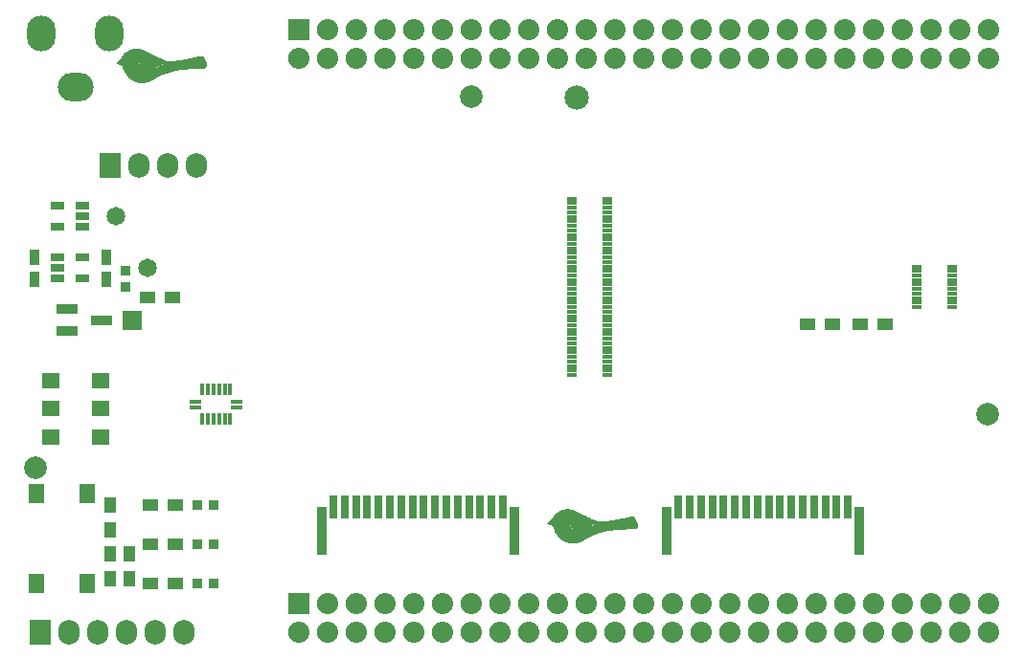
<source format=gts>
G04 #@! TF.FileFunction,Soldermask,Top*
%FSLAX46Y46*%
G04 Gerber Fmt 4.6, Leading zero omitted, Abs format (unit mm)*
G04 Created by KiCad (PCBNEW 4.0.1-stable) date Thursday, April 14, 2016 'AMt' 11:51:39 AM*
%MOMM*%
G01*
G04 APERTURE LIST*
%ADD10C,0.100000*%
%ADD11C,0.010000*%
%ADD12C,2.000000*%
%ADD13R,1.879600X2.184400*%
%ADD14O,1.879600X2.184400*%
%ADD15R,1.879600X1.879600*%
%ADD16O,1.879600X1.879600*%
%ADD17R,1.953260X0.952500*%
%ADD18R,1.552400X1.352400*%
%ADD19R,1.212400X0.802400*%
%ADD20R,0.949960X0.949960*%
%ADD21R,1.352400X1.052400*%
%ADD22R,1.452400X1.702400*%
%ADD23C,1.653540*%
%ADD24R,1.653540X1.653540*%
%ADD25C,2.152400*%
%ADD26R,0.852400X0.352400*%
%ADD27R,0.902400X1.352400*%
%ADD28R,1.052400X1.352400*%
%ADD29R,1.052400X0.392400*%
%ADD30R,0.392400X1.052400*%
%ADD31R,0.752400X2.152400*%
%ADD32R,0.852400X4.352400*%
%ADD33O,3.152400X2.552400*%
%ADD34O,2.552400X3.152400*%
G04 APERTURE END LIST*
D10*
D11*
G36*
X119641031Y-86923103D02*
X119678866Y-86924878D01*
X119714763Y-86927950D01*
X119750412Y-86932451D01*
X119787499Y-86938512D01*
X119812537Y-86943226D01*
X119849505Y-86950873D01*
X119884770Y-86959056D01*
X119919378Y-86968108D01*
X119954376Y-86978364D01*
X119990809Y-86990156D01*
X120029722Y-87003818D01*
X120072161Y-87019684D01*
X120119173Y-87038088D01*
X120154737Y-87052406D01*
X120201958Y-87071805D01*
X120249898Y-87091943D01*
X120298959Y-87113011D01*
X120349547Y-87135199D01*
X120402066Y-87158695D01*
X120456921Y-87183689D01*
X120514514Y-87210372D01*
X120575251Y-87238932D01*
X120639536Y-87269559D01*
X120707773Y-87302442D01*
X120780365Y-87337772D01*
X120857719Y-87375737D01*
X120940236Y-87416528D01*
X121028323Y-87460333D01*
X121086085Y-87489177D01*
X121167799Y-87529964D01*
X121243732Y-87567698D01*
X121314358Y-87602596D01*
X121380149Y-87634875D01*
X121441577Y-87664752D01*
X121499115Y-87692444D01*
X121553235Y-87718167D01*
X121604409Y-87742138D01*
X121653111Y-87764575D01*
X121699811Y-87785695D01*
X121744982Y-87805714D01*
X121789097Y-87824848D01*
X121832629Y-87843316D01*
X121876049Y-87861334D01*
X121919829Y-87879119D01*
X121964443Y-87896888D01*
X122010363Y-87914857D01*
X122027542Y-87921509D01*
X122051524Y-87930793D01*
X122073788Y-87939455D01*
X122093348Y-87947109D01*
X122109219Y-87953366D01*
X122120414Y-87957840D01*
X122125784Y-87960070D01*
X122135832Y-87964573D01*
X122120698Y-87983849D01*
X122108889Y-87997902D01*
X122092920Y-88015482D01*
X122073921Y-88035449D01*
X122053023Y-88056663D01*
X122031357Y-88077986D01*
X122010055Y-88098277D01*
X121990246Y-88116397D01*
X121981681Y-88123920D01*
X121906102Y-88185039D01*
X121824352Y-88243238D01*
X121736747Y-88298375D01*
X121643601Y-88350306D01*
X121545231Y-88398886D01*
X121441952Y-88443973D01*
X121334079Y-88485422D01*
X121221928Y-88523091D01*
X121105814Y-88556835D01*
X120986054Y-88586510D01*
X120946278Y-88595281D01*
X120887253Y-88607567D01*
X120833414Y-88618013D01*
X120783205Y-88626877D01*
X120735074Y-88634413D01*
X120687469Y-88640877D01*
X120638835Y-88646526D01*
X120628778Y-88647588D01*
X120608732Y-88649185D01*
X120583512Y-88650438D01*
X120554439Y-88651348D01*
X120522833Y-88651913D01*
X120490014Y-88652134D01*
X120457303Y-88652011D01*
X120426020Y-88651543D01*
X120397485Y-88650730D01*
X120373019Y-88649572D01*
X120353941Y-88648069D01*
X120350083Y-88647629D01*
X120279587Y-88636359D01*
X120214668Y-88620777D01*
X120155314Y-88600875D01*
X120101511Y-88576642D01*
X120053246Y-88548071D01*
X120010506Y-88515152D01*
X119973275Y-88477875D01*
X119941542Y-88436233D01*
X119915292Y-88390216D01*
X119895814Y-88343556D01*
X119886564Y-88315336D01*
X119879950Y-88289790D01*
X119875611Y-88264670D01*
X119873189Y-88237726D01*
X119872323Y-88206710D01*
X119872311Y-88196690D01*
X119872506Y-88139783D01*
X119849541Y-88137430D01*
X119826577Y-88135078D01*
X119776819Y-88169010D01*
X119777261Y-88218359D01*
X119781246Y-88276590D01*
X119792027Y-88333341D01*
X119809427Y-88388195D01*
X119833267Y-88440732D01*
X119863369Y-88490536D01*
X119899554Y-88537188D01*
X119924774Y-88564155D01*
X119965410Y-88601000D01*
X120009140Y-88633371D01*
X120056472Y-88661491D01*
X120107911Y-88685584D01*
X120163966Y-88705873D01*
X120225143Y-88722584D01*
X120291948Y-88735938D01*
X120325389Y-88741113D01*
X120346455Y-88743389D01*
X120373303Y-88745185D01*
X120404675Y-88746500D01*
X120439315Y-88747334D01*
X120475966Y-88747688D01*
X120513369Y-88747562D01*
X120550269Y-88746956D01*
X120585407Y-88745870D01*
X120617526Y-88744303D01*
X120645370Y-88742257D01*
X120657000Y-88741088D01*
X120771247Y-88725915D01*
X120886379Y-88706055D01*
X121001524Y-88681770D01*
X121115809Y-88653321D01*
X121228359Y-88620969D01*
X121338303Y-88584975D01*
X121444766Y-88545600D01*
X121546876Y-88503106D01*
X121643760Y-88457754D01*
X121698608Y-88429498D01*
X121781718Y-88382751D01*
X121860658Y-88333631D01*
X121934981Y-88282487D01*
X122004241Y-88229668D01*
X122067993Y-88175522D01*
X122125791Y-88120397D01*
X122177188Y-88064643D01*
X122198880Y-88038480D01*
X122213589Y-88020572D01*
X122224647Y-88008259D01*
X122232321Y-88001267D01*
X122236878Y-87999322D01*
X122237106Y-87999373D01*
X122251682Y-88003012D01*
X122272129Y-88007139D01*
X122297296Y-88011588D01*
X122326029Y-88016193D01*
X122357174Y-88020787D01*
X122389579Y-88025204D01*
X122422091Y-88029276D01*
X122453556Y-88032837D01*
X122482821Y-88035720D01*
X122496736Y-88036893D01*
X122526996Y-88038630D01*
X122560509Y-88039311D01*
X122597721Y-88038909D01*
X122639075Y-88037398D01*
X122685017Y-88034750D01*
X122735991Y-88030938D01*
X122792441Y-88025937D01*
X122854812Y-88019719D01*
X122923548Y-88012256D01*
X122944764Y-88009853D01*
X123042696Y-87998039D01*
X123147110Y-87984253D01*
X123257726Y-87968544D01*
X123374267Y-87950962D01*
X123496454Y-87931559D01*
X123624011Y-87910386D01*
X123756657Y-87887492D01*
X123894117Y-87862928D01*
X124036110Y-87836746D01*
X124182360Y-87808995D01*
X124332588Y-87779727D01*
X124486517Y-87748991D01*
X124643867Y-87716840D01*
X124804361Y-87683322D01*
X124967721Y-87648489D01*
X125133669Y-87612392D01*
X125161972Y-87606166D01*
X125193505Y-87599268D01*
X125223573Y-87592787D01*
X125251326Y-87586899D01*
X125275913Y-87581780D01*
X125296484Y-87577607D01*
X125312186Y-87574556D01*
X125322170Y-87572804D01*
X125324250Y-87572520D01*
X125351629Y-87572603D01*
X125380597Y-87578198D01*
X125409337Y-87588640D01*
X125436032Y-87603263D01*
X125458863Y-87621400D01*
X125459577Y-87622097D01*
X125470334Y-87634458D01*
X125483559Y-87652584D01*
X125498873Y-87675782D01*
X125515898Y-87703362D01*
X125534253Y-87734633D01*
X125553562Y-87768902D01*
X125573444Y-87805479D01*
X125593521Y-87843671D01*
X125613415Y-87882789D01*
X125632747Y-87922139D01*
X125651137Y-87961031D01*
X125668208Y-87998774D01*
X125676938Y-88018888D01*
X125704418Y-88087828D01*
X125726295Y-88152753D01*
X125742564Y-88213631D01*
X125753220Y-88270428D01*
X125758258Y-88323112D01*
X125757674Y-88371650D01*
X125751462Y-88416008D01*
X125740303Y-88454355D01*
X125730721Y-88474617D01*
X125717158Y-88496530D01*
X125701359Y-88517628D01*
X125685072Y-88535441D01*
X125679089Y-88540860D01*
X125663700Y-88552771D01*
X125647081Y-88563287D01*
X125628689Y-88572518D01*
X125607978Y-88580574D01*
X125584406Y-88587565D01*
X125557427Y-88593602D01*
X125526498Y-88598794D01*
X125491074Y-88603252D01*
X125450612Y-88607086D01*
X125404567Y-88610405D01*
X125352396Y-88613321D01*
X125311903Y-88615182D01*
X125292132Y-88615961D01*
X125266304Y-88616876D01*
X125235416Y-88617897D01*
X125200464Y-88618994D01*
X125162446Y-88620137D01*
X125122357Y-88621294D01*
X125081195Y-88622437D01*
X125039956Y-88623534D01*
X125019097Y-88624070D01*
X124913132Y-88626865D01*
X124813623Y-88629728D01*
X124719971Y-88632688D01*
X124631576Y-88635774D01*
X124547840Y-88639016D01*
X124468162Y-88642444D01*
X124391944Y-88646086D01*
X124318587Y-88649972D01*
X124247491Y-88654132D01*
X124178056Y-88658595D01*
X124109683Y-88663390D01*
X124041774Y-88668548D01*
X123973729Y-88674096D01*
X123937833Y-88677168D01*
X123785425Y-88691484D01*
X123638916Y-88707501D01*
X123497314Y-88725426D01*
X123359629Y-88745462D01*
X123224869Y-88767813D01*
X123092042Y-88792686D01*
X122960156Y-88820283D01*
X122828221Y-88850811D01*
X122695244Y-88884473D01*
X122560234Y-88921474D01*
X122422199Y-88962018D01*
X122280149Y-89006311D01*
X122172181Y-89041516D01*
X122115529Y-89060415D01*
X122063101Y-89078181D01*
X122014324Y-89095079D01*
X121968627Y-89111377D01*
X121925437Y-89127340D01*
X121884184Y-89143235D01*
X121844295Y-89159327D01*
X121805199Y-89175884D01*
X121766325Y-89193170D01*
X121727099Y-89211452D01*
X121686952Y-89230997D01*
X121645310Y-89252071D01*
X121601602Y-89274939D01*
X121555257Y-89299869D01*
X121505703Y-89327125D01*
X121452368Y-89356975D01*
X121394680Y-89389684D01*
X121332068Y-89425519D01*
X121267306Y-89462815D01*
X121217113Y-89491743D01*
X121172343Y-89517450D01*
X121132339Y-89540298D01*
X121096445Y-89560648D01*
X121064006Y-89578863D01*
X121034365Y-89595303D01*
X121006866Y-89610330D01*
X120980853Y-89624307D01*
X120955670Y-89637594D01*
X120930662Y-89650554D01*
X120905172Y-89663549D01*
X120882778Y-89674820D01*
X120817461Y-89706741D01*
X120756674Y-89734702D01*
X120699369Y-89759064D01*
X120644501Y-89780188D01*
X120591022Y-89798436D01*
X120537885Y-89814169D01*
X120484043Y-89827748D01*
X120428449Y-89839537D01*
X120380975Y-89848094D01*
X120321699Y-89857475D01*
X120267114Y-89864849D01*
X120215196Y-89870377D01*
X120163926Y-89874223D01*
X120111279Y-89876550D01*
X120055234Y-89877522D01*
X120016708Y-89877509D01*
X119990120Y-89877309D01*
X119965076Y-89877051D01*
X119942670Y-89876751D01*
X119923997Y-89876426D01*
X119910149Y-89876092D01*
X119902223Y-89875767D01*
X119902056Y-89875755D01*
X119811009Y-89866740D01*
X119721200Y-89853096D01*
X119633485Y-89835042D01*
X119548718Y-89812798D01*
X119467756Y-89786583D01*
X119391455Y-89756619D01*
X119333791Y-89729817D01*
X119247957Y-89682919D01*
X119164330Y-89629377D01*
X119082988Y-89569273D01*
X119004006Y-89502690D01*
X118927461Y-89429708D01*
X118853429Y-89350411D01*
X118781985Y-89264879D01*
X118713207Y-89173196D01*
X118647171Y-89075442D01*
X118583952Y-88971701D01*
X118523627Y-88862053D01*
X118519300Y-88853746D01*
X118482293Y-88778734D01*
X118447779Y-88700989D01*
X118415400Y-88619580D01*
X118384798Y-88533574D01*
X118355612Y-88442039D01*
X118339110Y-88385758D01*
X118331543Y-88359169D01*
X118085806Y-88260044D01*
X118046329Y-88244069D01*
X118008813Y-88228791D01*
X117973766Y-88214422D01*
X117941694Y-88201173D01*
X117913102Y-88189257D01*
X117888498Y-88178887D01*
X117868388Y-88170274D01*
X117853278Y-88163630D01*
X117843674Y-88159168D01*
X117840083Y-88157101D01*
X117840069Y-88157055D01*
X117842644Y-88154178D01*
X117850115Y-88146965D01*
X117862098Y-88135762D01*
X117878213Y-88120917D01*
X117898078Y-88102776D01*
X117921310Y-88081686D01*
X117947529Y-88057994D01*
X117976351Y-88032048D01*
X118007395Y-88004193D01*
X118040280Y-87974778D01*
X118065847Y-87951966D01*
X118291625Y-87750741D01*
X118306003Y-87711022D01*
X118334338Y-87640948D01*
X118367586Y-87574045D01*
X118406152Y-87509707D01*
X118450445Y-87447324D01*
X118500870Y-87386287D01*
X118557835Y-87325990D01*
X118574224Y-87309917D01*
X118641538Y-87249739D01*
X118714130Y-87194059D01*
X118791734Y-87143010D01*
X118874086Y-87096722D01*
X118960921Y-87055330D01*
X119051974Y-87018964D01*
X119146979Y-86987758D01*
X119245671Y-86961842D01*
X119291750Y-86951834D01*
X119336147Y-86943197D01*
X119375869Y-86936427D01*
X119412979Y-86931295D01*
X119449540Y-86927572D01*
X119487614Y-86925029D01*
X119529265Y-86923439D01*
X119552806Y-86922916D01*
X119599574Y-86922493D01*
X119641031Y-86923103D01*
X119641031Y-86923103D01*
G37*
X119641031Y-86923103D02*
X119678866Y-86924878D01*
X119714763Y-86927950D01*
X119750412Y-86932451D01*
X119787499Y-86938512D01*
X119812537Y-86943226D01*
X119849505Y-86950873D01*
X119884770Y-86959056D01*
X119919378Y-86968108D01*
X119954376Y-86978364D01*
X119990809Y-86990156D01*
X120029722Y-87003818D01*
X120072161Y-87019684D01*
X120119173Y-87038088D01*
X120154737Y-87052406D01*
X120201958Y-87071805D01*
X120249898Y-87091943D01*
X120298959Y-87113011D01*
X120349547Y-87135199D01*
X120402066Y-87158695D01*
X120456921Y-87183689D01*
X120514514Y-87210372D01*
X120575251Y-87238932D01*
X120639536Y-87269559D01*
X120707773Y-87302442D01*
X120780365Y-87337772D01*
X120857719Y-87375737D01*
X120940236Y-87416528D01*
X121028323Y-87460333D01*
X121086085Y-87489177D01*
X121167799Y-87529964D01*
X121243732Y-87567698D01*
X121314358Y-87602596D01*
X121380149Y-87634875D01*
X121441577Y-87664752D01*
X121499115Y-87692444D01*
X121553235Y-87718167D01*
X121604409Y-87742138D01*
X121653111Y-87764575D01*
X121699811Y-87785695D01*
X121744982Y-87805714D01*
X121789097Y-87824848D01*
X121832629Y-87843316D01*
X121876049Y-87861334D01*
X121919829Y-87879119D01*
X121964443Y-87896888D01*
X122010363Y-87914857D01*
X122027542Y-87921509D01*
X122051524Y-87930793D01*
X122073788Y-87939455D01*
X122093348Y-87947109D01*
X122109219Y-87953366D01*
X122120414Y-87957840D01*
X122125784Y-87960070D01*
X122135832Y-87964573D01*
X122120698Y-87983849D01*
X122108889Y-87997902D01*
X122092920Y-88015482D01*
X122073921Y-88035449D01*
X122053023Y-88056663D01*
X122031357Y-88077986D01*
X122010055Y-88098277D01*
X121990246Y-88116397D01*
X121981681Y-88123920D01*
X121906102Y-88185039D01*
X121824352Y-88243238D01*
X121736747Y-88298375D01*
X121643601Y-88350306D01*
X121545231Y-88398886D01*
X121441952Y-88443973D01*
X121334079Y-88485422D01*
X121221928Y-88523091D01*
X121105814Y-88556835D01*
X120986054Y-88586510D01*
X120946278Y-88595281D01*
X120887253Y-88607567D01*
X120833414Y-88618013D01*
X120783205Y-88626877D01*
X120735074Y-88634413D01*
X120687469Y-88640877D01*
X120638835Y-88646526D01*
X120628778Y-88647588D01*
X120608732Y-88649185D01*
X120583512Y-88650438D01*
X120554439Y-88651348D01*
X120522833Y-88651913D01*
X120490014Y-88652134D01*
X120457303Y-88652011D01*
X120426020Y-88651543D01*
X120397485Y-88650730D01*
X120373019Y-88649572D01*
X120353941Y-88648069D01*
X120350083Y-88647629D01*
X120279587Y-88636359D01*
X120214668Y-88620777D01*
X120155314Y-88600875D01*
X120101511Y-88576642D01*
X120053246Y-88548071D01*
X120010506Y-88515152D01*
X119973275Y-88477875D01*
X119941542Y-88436233D01*
X119915292Y-88390216D01*
X119895814Y-88343556D01*
X119886564Y-88315336D01*
X119879950Y-88289790D01*
X119875611Y-88264670D01*
X119873189Y-88237726D01*
X119872323Y-88206710D01*
X119872311Y-88196690D01*
X119872506Y-88139783D01*
X119849541Y-88137430D01*
X119826577Y-88135078D01*
X119776819Y-88169010D01*
X119777261Y-88218359D01*
X119781246Y-88276590D01*
X119792027Y-88333341D01*
X119809427Y-88388195D01*
X119833267Y-88440732D01*
X119863369Y-88490536D01*
X119899554Y-88537188D01*
X119924774Y-88564155D01*
X119965410Y-88601000D01*
X120009140Y-88633371D01*
X120056472Y-88661491D01*
X120107911Y-88685584D01*
X120163966Y-88705873D01*
X120225143Y-88722584D01*
X120291948Y-88735938D01*
X120325389Y-88741113D01*
X120346455Y-88743389D01*
X120373303Y-88745185D01*
X120404675Y-88746500D01*
X120439315Y-88747334D01*
X120475966Y-88747688D01*
X120513369Y-88747562D01*
X120550269Y-88746956D01*
X120585407Y-88745870D01*
X120617526Y-88744303D01*
X120645370Y-88742257D01*
X120657000Y-88741088D01*
X120771247Y-88725915D01*
X120886379Y-88706055D01*
X121001524Y-88681770D01*
X121115809Y-88653321D01*
X121228359Y-88620969D01*
X121338303Y-88584975D01*
X121444766Y-88545600D01*
X121546876Y-88503106D01*
X121643760Y-88457754D01*
X121698608Y-88429498D01*
X121781718Y-88382751D01*
X121860658Y-88333631D01*
X121934981Y-88282487D01*
X122004241Y-88229668D01*
X122067993Y-88175522D01*
X122125791Y-88120397D01*
X122177188Y-88064643D01*
X122198880Y-88038480D01*
X122213589Y-88020572D01*
X122224647Y-88008259D01*
X122232321Y-88001267D01*
X122236878Y-87999322D01*
X122237106Y-87999373D01*
X122251682Y-88003012D01*
X122272129Y-88007139D01*
X122297296Y-88011588D01*
X122326029Y-88016193D01*
X122357174Y-88020787D01*
X122389579Y-88025204D01*
X122422091Y-88029276D01*
X122453556Y-88032837D01*
X122482821Y-88035720D01*
X122496736Y-88036893D01*
X122526996Y-88038630D01*
X122560509Y-88039311D01*
X122597721Y-88038909D01*
X122639075Y-88037398D01*
X122685017Y-88034750D01*
X122735991Y-88030938D01*
X122792441Y-88025937D01*
X122854812Y-88019719D01*
X122923548Y-88012256D01*
X122944764Y-88009853D01*
X123042696Y-87998039D01*
X123147110Y-87984253D01*
X123257726Y-87968544D01*
X123374267Y-87950962D01*
X123496454Y-87931559D01*
X123624011Y-87910386D01*
X123756657Y-87887492D01*
X123894117Y-87862928D01*
X124036110Y-87836746D01*
X124182360Y-87808995D01*
X124332588Y-87779727D01*
X124486517Y-87748991D01*
X124643867Y-87716840D01*
X124804361Y-87683322D01*
X124967721Y-87648489D01*
X125133669Y-87612392D01*
X125161972Y-87606166D01*
X125193505Y-87599268D01*
X125223573Y-87592787D01*
X125251326Y-87586899D01*
X125275913Y-87581780D01*
X125296484Y-87577607D01*
X125312186Y-87574556D01*
X125322170Y-87572804D01*
X125324250Y-87572520D01*
X125351629Y-87572603D01*
X125380597Y-87578198D01*
X125409337Y-87588640D01*
X125436032Y-87603263D01*
X125458863Y-87621400D01*
X125459577Y-87622097D01*
X125470334Y-87634458D01*
X125483559Y-87652584D01*
X125498873Y-87675782D01*
X125515898Y-87703362D01*
X125534253Y-87734633D01*
X125553562Y-87768902D01*
X125573444Y-87805479D01*
X125593521Y-87843671D01*
X125613415Y-87882789D01*
X125632747Y-87922139D01*
X125651137Y-87961031D01*
X125668208Y-87998774D01*
X125676938Y-88018888D01*
X125704418Y-88087828D01*
X125726295Y-88152753D01*
X125742564Y-88213631D01*
X125753220Y-88270428D01*
X125758258Y-88323112D01*
X125757674Y-88371650D01*
X125751462Y-88416008D01*
X125740303Y-88454355D01*
X125730721Y-88474617D01*
X125717158Y-88496530D01*
X125701359Y-88517628D01*
X125685072Y-88535441D01*
X125679089Y-88540860D01*
X125663700Y-88552771D01*
X125647081Y-88563287D01*
X125628689Y-88572518D01*
X125607978Y-88580574D01*
X125584406Y-88587565D01*
X125557427Y-88593602D01*
X125526498Y-88598794D01*
X125491074Y-88603252D01*
X125450612Y-88607086D01*
X125404567Y-88610405D01*
X125352396Y-88613321D01*
X125311903Y-88615182D01*
X125292132Y-88615961D01*
X125266304Y-88616876D01*
X125235416Y-88617897D01*
X125200464Y-88618994D01*
X125162446Y-88620137D01*
X125122357Y-88621294D01*
X125081195Y-88622437D01*
X125039956Y-88623534D01*
X125019097Y-88624070D01*
X124913132Y-88626865D01*
X124813623Y-88629728D01*
X124719971Y-88632688D01*
X124631576Y-88635774D01*
X124547840Y-88639016D01*
X124468162Y-88642444D01*
X124391944Y-88646086D01*
X124318587Y-88649972D01*
X124247491Y-88654132D01*
X124178056Y-88658595D01*
X124109683Y-88663390D01*
X124041774Y-88668548D01*
X123973729Y-88674096D01*
X123937833Y-88677168D01*
X123785425Y-88691484D01*
X123638916Y-88707501D01*
X123497314Y-88725426D01*
X123359629Y-88745462D01*
X123224869Y-88767813D01*
X123092042Y-88792686D01*
X122960156Y-88820283D01*
X122828221Y-88850811D01*
X122695244Y-88884473D01*
X122560234Y-88921474D01*
X122422199Y-88962018D01*
X122280149Y-89006311D01*
X122172181Y-89041516D01*
X122115529Y-89060415D01*
X122063101Y-89078181D01*
X122014324Y-89095079D01*
X121968627Y-89111377D01*
X121925437Y-89127340D01*
X121884184Y-89143235D01*
X121844295Y-89159327D01*
X121805199Y-89175884D01*
X121766325Y-89193170D01*
X121727099Y-89211452D01*
X121686952Y-89230997D01*
X121645310Y-89252071D01*
X121601602Y-89274939D01*
X121555257Y-89299869D01*
X121505703Y-89327125D01*
X121452368Y-89356975D01*
X121394680Y-89389684D01*
X121332068Y-89425519D01*
X121267306Y-89462815D01*
X121217113Y-89491743D01*
X121172343Y-89517450D01*
X121132339Y-89540298D01*
X121096445Y-89560648D01*
X121064006Y-89578863D01*
X121034365Y-89595303D01*
X121006866Y-89610330D01*
X120980853Y-89624307D01*
X120955670Y-89637594D01*
X120930662Y-89650554D01*
X120905172Y-89663549D01*
X120882778Y-89674820D01*
X120817461Y-89706741D01*
X120756674Y-89734702D01*
X120699369Y-89759064D01*
X120644501Y-89780188D01*
X120591022Y-89798436D01*
X120537885Y-89814169D01*
X120484043Y-89827748D01*
X120428449Y-89839537D01*
X120380975Y-89848094D01*
X120321699Y-89857475D01*
X120267114Y-89864849D01*
X120215196Y-89870377D01*
X120163926Y-89874223D01*
X120111279Y-89876550D01*
X120055234Y-89877522D01*
X120016708Y-89877509D01*
X119990120Y-89877309D01*
X119965076Y-89877051D01*
X119942670Y-89876751D01*
X119923997Y-89876426D01*
X119910149Y-89876092D01*
X119902223Y-89875767D01*
X119902056Y-89875755D01*
X119811009Y-89866740D01*
X119721200Y-89853096D01*
X119633485Y-89835042D01*
X119548718Y-89812798D01*
X119467756Y-89786583D01*
X119391455Y-89756619D01*
X119333791Y-89729817D01*
X119247957Y-89682919D01*
X119164330Y-89629377D01*
X119082988Y-89569273D01*
X119004006Y-89502690D01*
X118927461Y-89429708D01*
X118853429Y-89350411D01*
X118781985Y-89264879D01*
X118713207Y-89173196D01*
X118647171Y-89075442D01*
X118583952Y-88971701D01*
X118523627Y-88862053D01*
X118519300Y-88853746D01*
X118482293Y-88778734D01*
X118447779Y-88700989D01*
X118415400Y-88619580D01*
X118384798Y-88533574D01*
X118355612Y-88442039D01*
X118339110Y-88385758D01*
X118331543Y-88359169D01*
X118085806Y-88260044D01*
X118046329Y-88244069D01*
X118008813Y-88228791D01*
X117973766Y-88214422D01*
X117941694Y-88201173D01*
X117913102Y-88189257D01*
X117888498Y-88178887D01*
X117868388Y-88170274D01*
X117853278Y-88163630D01*
X117843674Y-88159168D01*
X117840083Y-88157101D01*
X117840069Y-88157055D01*
X117842644Y-88154178D01*
X117850115Y-88146965D01*
X117862098Y-88135762D01*
X117878213Y-88120917D01*
X117898078Y-88102776D01*
X117921310Y-88081686D01*
X117947529Y-88057994D01*
X117976351Y-88032048D01*
X118007395Y-88004193D01*
X118040280Y-87974778D01*
X118065847Y-87951966D01*
X118291625Y-87750741D01*
X118306003Y-87711022D01*
X118334338Y-87640948D01*
X118367586Y-87574045D01*
X118406152Y-87509707D01*
X118450445Y-87447324D01*
X118500870Y-87386287D01*
X118557835Y-87325990D01*
X118574224Y-87309917D01*
X118641538Y-87249739D01*
X118714130Y-87194059D01*
X118791734Y-87143010D01*
X118874086Y-87096722D01*
X118960921Y-87055330D01*
X119051974Y-87018964D01*
X119146979Y-86987758D01*
X119245671Y-86961842D01*
X119291750Y-86951834D01*
X119336147Y-86943197D01*
X119375869Y-86936427D01*
X119412979Y-86931295D01*
X119449540Y-86927572D01*
X119487614Y-86925029D01*
X119529265Y-86923439D01*
X119552806Y-86922916D01*
X119599574Y-86922493D01*
X119641031Y-86923103D01*
G36*
X157721031Y-127683103D02*
X157758866Y-127684878D01*
X157794763Y-127687950D01*
X157830412Y-127692451D01*
X157867499Y-127698512D01*
X157892537Y-127703226D01*
X157929505Y-127710873D01*
X157964770Y-127719056D01*
X157999378Y-127728108D01*
X158034376Y-127738364D01*
X158070809Y-127750156D01*
X158109722Y-127763818D01*
X158152161Y-127779684D01*
X158199173Y-127798088D01*
X158234737Y-127812406D01*
X158281958Y-127831805D01*
X158329898Y-127851943D01*
X158378959Y-127873011D01*
X158429547Y-127895199D01*
X158482066Y-127918695D01*
X158536921Y-127943689D01*
X158594514Y-127970372D01*
X158655251Y-127998932D01*
X158719536Y-128029559D01*
X158787773Y-128062442D01*
X158860365Y-128097772D01*
X158937719Y-128135737D01*
X159020236Y-128176528D01*
X159108323Y-128220333D01*
X159166085Y-128249177D01*
X159247799Y-128289964D01*
X159323732Y-128327698D01*
X159394358Y-128362596D01*
X159460149Y-128394875D01*
X159521577Y-128424752D01*
X159579115Y-128452444D01*
X159633235Y-128478167D01*
X159684409Y-128502138D01*
X159733111Y-128524575D01*
X159779811Y-128545695D01*
X159824982Y-128565714D01*
X159869097Y-128584848D01*
X159912629Y-128603316D01*
X159956049Y-128621334D01*
X159999829Y-128639119D01*
X160044443Y-128656888D01*
X160090363Y-128674857D01*
X160107542Y-128681509D01*
X160131524Y-128690793D01*
X160153788Y-128699455D01*
X160173348Y-128707109D01*
X160189219Y-128713366D01*
X160200414Y-128717840D01*
X160205784Y-128720070D01*
X160215832Y-128724573D01*
X160200698Y-128743849D01*
X160188889Y-128757902D01*
X160172920Y-128775482D01*
X160153921Y-128795449D01*
X160133023Y-128816663D01*
X160111357Y-128837986D01*
X160090055Y-128858277D01*
X160070246Y-128876397D01*
X160061681Y-128883920D01*
X159986102Y-128945039D01*
X159904352Y-129003238D01*
X159816747Y-129058375D01*
X159723601Y-129110306D01*
X159625231Y-129158886D01*
X159521952Y-129203973D01*
X159414079Y-129245422D01*
X159301928Y-129283091D01*
X159185814Y-129316835D01*
X159066054Y-129346510D01*
X159026278Y-129355281D01*
X158967253Y-129367567D01*
X158913414Y-129378013D01*
X158863205Y-129386877D01*
X158815074Y-129394413D01*
X158767469Y-129400877D01*
X158718835Y-129406526D01*
X158708778Y-129407588D01*
X158688732Y-129409185D01*
X158663512Y-129410438D01*
X158634439Y-129411348D01*
X158602833Y-129411913D01*
X158570014Y-129412134D01*
X158537303Y-129412011D01*
X158506020Y-129411543D01*
X158477485Y-129410730D01*
X158453019Y-129409572D01*
X158433941Y-129408069D01*
X158430083Y-129407629D01*
X158359587Y-129396359D01*
X158294668Y-129380777D01*
X158235314Y-129360875D01*
X158181511Y-129336642D01*
X158133246Y-129308071D01*
X158090506Y-129275152D01*
X158053275Y-129237875D01*
X158021542Y-129196233D01*
X157995292Y-129150216D01*
X157975814Y-129103556D01*
X157966564Y-129075336D01*
X157959950Y-129049790D01*
X157955611Y-129024670D01*
X157953189Y-128997726D01*
X157952323Y-128966710D01*
X157952311Y-128956690D01*
X157952506Y-128899783D01*
X157929541Y-128897430D01*
X157906577Y-128895078D01*
X157856819Y-128929010D01*
X157857261Y-128978359D01*
X157861246Y-129036590D01*
X157872027Y-129093341D01*
X157889427Y-129148195D01*
X157913267Y-129200732D01*
X157943369Y-129250536D01*
X157979554Y-129297188D01*
X158004774Y-129324155D01*
X158045410Y-129361000D01*
X158089140Y-129393371D01*
X158136472Y-129421491D01*
X158187911Y-129445584D01*
X158243966Y-129465873D01*
X158305143Y-129482584D01*
X158371948Y-129495938D01*
X158405389Y-129501113D01*
X158426455Y-129503389D01*
X158453303Y-129505185D01*
X158484675Y-129506500D01*
X158519315Y-129507334D01*
X158555966Y-129507688D01*
X158593369Y-129507562D01*
X158630269Y-129506956D01*
X158665407Y-129505870D01*
X158697526Y-129504303D01*
X158725370Y-129502257D01*
X158737000Y-129501088D01*
X158851247Y-129485915D01*
X158966379Y-129466055D01*
X159081524Y-129441770D01*
X159195809Y-129413321D01*
X159308359Y-129380969D01*
X159418303Y-129344975D01*
X159524766Y-129305600D01*
X159626876Y-129263106D01*
X159723760Y-129217754D01*
X159778608Y-129189498D01*
X159861718Y-129142751D01*
X159940658Y-129093631D01*
X160014981Y-129042487D01*
X160084241Y-128989668D01*
X160147993Y-128935522D01*
X160205791Y-128880397D01*
X160257188Y-128824643D01*
X160278880Y-128798480D01*
X160293589Y-128780572D01*
X160304647Y-128768259D01*
X160312321Y-128761267D01*
X160316878Y-128759322D01*
X160317106Y-128759373D01*
X160331682Y-128763012D01*
X160352129Y-128767139D01*
X160377296Y-128771588D01*
X160406029Y-128776193D01*
X160437174Y-128780787D01*
X160469579Y-128785204D01*
X160502091Y-128789276D01*
X160533556Y-128792837D01*
X160562821Y-128795720D01*
X160576736Y-128796893D01*
X160606996Y-128798630D01*
X160640509Y-128799311D01*
X160677721Y-128798909D01*
X160719075Y-128797398D01*
X160765017Y-128794750D01*
X160815991Y-128790938D01*
X160872441Y-128785937D01*
X160934812Y-128779719D01*
X161003548Y-128772256D01*
X161024764Y-128769853D01*
X161122696Y-128758039D01*
X161227110Y-128744253D01*
X161337726Y-128728544D01*
X161454267Y-128710962D01*
X161576454Y-128691559D01*
X161704011Y-128670386D01*
X161836657Y-128647492D01*
X161974117Y-128622928D01*
X162116110Y-128596746D01*
X162262360Y-128568995D01*
X162412588Y-128539727D01*
X162566517Y-128508991D01*
X162723867Y-128476840D01*
X162884361Y-128443322D01*
X163047721Y-128408489D01*
X163213669Y-128372392D01*
X163241972Y-128366166D01*
X163273505Y-128359268D01*
X163303573Y-128352787D01*
X163331326Y-128346899D01*
X163355913Y-128341780D01*
X163376484Y-128337607D01*
X163392186Y-128334556D01*
X163402170Y-128332804D01*
X163404250Y-128332520D01*
X163431629Y-128332603D01*
X163460597Y-128338198D01*
X163489337Y-128348640D01*
X163516032Y-128363263D01*
X163538863Y-128381400D01*
X163539577Y-128382097D01*
X163550334Y-128394458D01*
X163563559Y-128412584D01*
X163578873Y-128435782D01*
X163595898Y-128463362D01*
X163614253Y-128494633D01*
X163633562Y-128528902D01*
X163653444Y-128565479D01*
X163673521Y-128603671D01*
X163693415Y-128642789D01*
X163712747Y-128682139D01*
X163731137Y-128721031D01*
X163748208Y-128758774D01*
X163756938Y-128778888D01*
X163784418Y-128847828D01*
X163806295Y-128912753D01*
X163822564Y-128973631D01*
X163833220Y-129030428D01*
X163838258Y-129083112D01*
X163837674Y-129131650D01*
X163831462Y-129176008D01*
X163820303Y-129214355D01*
X163810721Y-129234617D01*
X163797158Y-129256530D01*
X163781359Y-129277628D01*
X163765072Y-129295441D01*
X163759089Y-129300860D01*
X163743700Y-129312771D01*
X163727081Y-129323287D01*
X163708689Y-129332518D01*
X163687978Y-129340574D01*
X163664406Y-129347565D01*
X163637427Y-129353602D01*
X163606498Y-129358794D01*
X163571074Y-129363252D01*
X163530612Y-129367086D01*
X163484567Y-129370405D01*
X163432396Y-129373321D01*
X163391903Y-129375182D01*
X163372132Y-129375961D01*
X163346304Y-129376876D01*
X163315416Y-129377897D01*
X163280464Y-129378994D01*
X163242446Y-129380137D01*
X163202357Y-129381294D01*
X163161195Y-129382437D01*
X163119956Y-129383534D01*
X163099097Y-129384070D01*
X162993132Y-129386865D01*
X162893623Y-129389728D01*
X162799971Y-129392688D01*
X162711576Y-129395774D01*
X162627840Y-129399016D01*
X162548162Y-129402444D01*
X162471944Y-129406086D01*
X162398587Y-129409972D01*
X162327491Y-129414132D01*
X162258056Y-129418595D01*
X162189683Y-129423390D01*
X162121774Y-129428548D01*
X162053729Y-129434096D01*
X162017833Y-129437168D01*
X161865425Y-129451484D01*
X161718916Y-129467501D01*
X161577314Y-129485426D01*
X161439629Y-129505462D01*
X161304869Y-129527813D01*
X161172042Y-129552686D01*
X161040156Y-129580283D01*
X160908221Y-129610811D01*
X160775244Y-129644473D01*
X160640234Y-129681474D01*
X160502199Y-129722018D01*
X160360149Y-129766311D01*
X160252181Y-129801516D01*
X160195529Y-129820415D01*
X160143101Y-129838181D01*
X160094324Y-129855079D01*
X160048627Y-129871377D01*
X160005437Y-129887340D01*
X159964184Y-129903235D01*
X159924295Y-129919327D01*
X159885199Y-129935884D01*
X159846325Y-129953170D01*
X159807099Y-129971452D01*
X159766952Y-129990997D01*
X159725310Y-130012071D01*
X159681602Y-130034939D01*
X159635257Y-130059869D01*
X159585703Y-130087125D01*
X159532368Y-130116975D01*
X159474680Y-130149684D01*
X159412068Y-130185519D01*
X159347306Y-130222815D01*
X159297113Y-130251743D01*
X159252343Y-130277450D01*
X159212339Y-130300298D01*
X159176445Y-130320648D01*
X159144006Y-130338863D01*
X159114365Y-130355303D01*
X159086866Y-130370330D01*
X159060853Y-130384307D01*
X159035670Y-130397594D01*
X159010662Y-130410554D01*
X158985172Y-130423549D01*
X158962778Y-130434820D01*
X158897461Y-130466741D01*
X158836674Y-130494702D01*
X158779369Y-130519064D01*
X158724501Y-130540188D01*
X158671022Y-130558436D01*
X158617885Y-130574169D01*
X158564043Y-130587748D01*
X158508449Y-130599537D01*
X158460975Y-130608094D01*
X158401699Y-130617475D01*
X158347114Y-130624849D01*
X158295196Y-130630377D01*
X158243926Y-130634223D01*
X158191279Y-130636550D01*
X158135234Y-130637522D01*
X158096708Y-130637509D01*
X158070120Y-130637309D01*
X158045076Y-130637051D01*
X158022670Y-130636751D01*
X158003997Y-130636426D01*
X157990149Y-130636092D01*
X157982223Y-130635767D01*
X157982056Y-130635755D01*
X157891009Y-130626740D01*
X157801200Y-130613096D01*
X157713485Y-130595042D01*
X157628718Y-130572798D01*
X157547756Y-130546583D01*
X157471455Y-130516619D01*
X157413791Y-130489817D01*
X157327957Y-130442919D01*
X157244330Y-130389377D01*
X157162988Y-130329273D01*
X157084006Y-130262690D01*
X157007461Y-130189708D01*
X156933429Y-130110411D01*
X156861985Y-130024879D01*
X156793207Y-129933196D01*
X156727171Y-129835442D01*
X156663952Y-129731701D01*
X156603627Y-129622053D01*
X156599300Y-129613746D01*
X156562293Y-129538734D01*
X156527779Y-129460989D01*
X156495400Y-129379580D01*
X156464798Y-129293574D01*
X156435612Y-129202039D01*
X156419110Y-129145758D01*
X156411543Y-129119169D01*
X156165806Y-129020044D01*
X156126329Y-129004069D01*
X156088813Y-128988791D01*
X156053766Y-128974422D01*
X156021694Y-128961173D01*
X155993102Y-128949257D01*
X155968498Y-128938887D01*
X155948388Y-128930274D01*
X155933278Y-128923630D01*
X155923674Y-128919168D01*
X155920083Y-128917101D01*
X155920069Y-128917055D01*
X155922644Y-128914178D01*
X155930115Y-128906965D01*
X155942098Y-128895762D01*
X155958213Y-128880917D01*
X155978078Y-128862776D01*
X156001310Y-128841686D01*
X156027529Y-128817994D01*
X156056351Y-128792048D01*
X156087395Y-128764193D01*
X156120280Y-128734778D01*
X156145847Y-128711966D01*
X156371625Y-128510741D01*
X156386003Y-128471022D01*
X156414338Y-128400948D01*
X156447586Y-128334045D01*
X156486152Y-128269707D01*
X156530445Y-128207324D01*
X156580870Y-128146287D01*
X156637835Y-128085990D01*
X156654224Y-128069917D01*
X156721538Y-128009739D01*
X156794130Y-127954059D01*
X156871734Y-127903010D01*
X156954086Y-127856722D01*
X157040921Y-127815330D01*
X157131974Y-127778964D01*
X157226979Y-127747758D01*
X157325671Y-127721842D01*
X157371750Y-127711834D01*
X157416147Y-127703197D01*
X157455869Y-127696427D01*
X157492979Y-127691295D01*
X157529540Y-127687572D01*
X157567614Y-127685029D01*
X157609265Y-127683439D01*
X157632806Y-127682916D01*
X157679574Y-127682493D01*
X157721031Y-127683103D01*
X157721031Y-127683103D01*
G37*
X157721031Y-127683103D02*
X157758866Y-127684878D01*
X157794763Y-127687950D01*
X157830412Y-127692451D01*
X157867499Y-127698512D01*
X157892537Y-127703226D01*
X157929505Y-127710873D01*
X157964770Y-127719056D01*
X157999378Y-127728108D01*
X158034376Y-127738364D01*
X158070809Y-127750156D01*
X158109722Y-127763818D01*
X158152161Y-127779684D01*
X158199173Y-127798088D01*
X158234737Y-127812406D01*
X158281958Y-127831805D01*
X158329898Y-127851943D01*
X158378959Y-127873011D01*
X158429547Y-127895199D01*
X158482066Y-127918695D01*
X158536921Y-127943689D01*
X158594514Y-127970372D01*
X158655251Y-127998932D01*
X158719536Y-128029559D01*
X158787773Y-128062442D01*
X158860365Y-128097772D01*
X158937719Y-128135737D01*
X159020236Y-128176528D01*
X159108323Y-128220333D01*
X159166085Y-128249177D01*
X159247799Y-128289964D01*
X159323732Y-128327698D01*
X159394358Y-128362596D01*
X159460149Y-128394875D01*
X159521577Y-128424752D01*
X159579115Y-128452444D01*
X159633235Y-128478167D01*
X159684409Y-128502138D01*
X159733111Y-128524575D01*
X159779811Y-128545695D01*
X159824982Y-128565714D01*
X159869097Y-128584848D01*
X159912629Y-128603316D01*
X159956049Y-128621334D01*
X159999829Y-128639119D01*
X160044443Y-128656888D01*
X160090363Y-128674857D01*
X160107542Y-128681509D01*
X160131524Y-128690793D01*
X160153788Y-128699455D01*
X160173348Y-128707109D01*
X160189219Y-128713366D01*
X160200414Y-128717840D01*
X160205784Y-128720070D01*
X160215832Y-128724573D01*
X160200698Y-128743849D01*
X160188889Y-128757902D01*
X160172920Y-128775482D01*
X160153921Y-128795449D01*
X160133023Y-128816663D01*
X160111357Y-128837986D01*
X160090055Y-128858277D01*
X160070246Y-128876397D01*
X160061681Y-128883920D01*
X159986102Y-128945039D01*
X159904352Y-129003238D01*
X159816747Y-129058375D01*
X159723601Y-129110306D01*
X159625231Y-129158886D01*
X159521952Y-129203973D01*
X159414079Y-129245422D01*
X159301928Y-129283091D01*
X159185814Y-129316835D01*
X159066054Y-129346510D01*
X159026278Y-129355281D01*
X158967253Y-129367567D01*
X158913414Y-129378013D01*
X158863205Y-129386877D01*
X158815074Y-129394413D01*
X158767469Y-129400877D01*
X158718835Y-129406526D01*
X158708778Y-129407588D01*
X158688732Y-129409185D01*
X158663512Y-129410438D01*
X158634439Y-129411348D01*
X158602833Y-129411913D01*
X158570014Y-129412134D01*
X158537303Y-129412011D01*
X158506020Y-129411543D01*
X158477485Y-129410730D01*
X158453019Y-129409572D01*
X158433941Y-129408069D01*
X158430083Y-129407629D01*
X158359587Y-129396359D01*
X158294668Y-129380777D01*
X158235314Y-129360875D01*
X158181511Y-129336642D01*
X158133246Y-129308071D01*
X158090506Y-129275152D01*
X158053275Y-129237875D01*
X158021542Y-129196233D01*
X157995292Y-129150216D01*
X157975814Y-129103556D01*
X157966564Y-129075336D01*
X157959950Y-129049790D01*
X157955611Y-129024670D01*
X157953189Y-128997726D01*
X157952323Y-128966710D01*
X157952311Y-128956690D01*
X157952506Y-128899783D01*
X157929541Y-128897430D01*
X157906577Y-128895078D01*
X157856819Y-128929010D01*
X157857261Y-128978359D01*
X157861246Y-129036590D01*
X157872027Y-129093341D01*
X157889427Y-129148195D01*
X157913267Y-129200732D01*
X157943369Y-129250536D01*
X157979554Y-129297188D01*
X158004774Y-129324155D01*
X158045410Y-129361000D01*
X158089140Y-129393371D01*
X158136472Y-129421491D01*
X158187911Y-129445584D01*
X158243966Y-129465873D01*
X158305143Y-129482584D01*
X158371948Y-129495938D01*
X158405389Y-129501113D01*
X158426455Y-129503389D01*
X158453303Y-129505185D01*
X158484675Y-129506500D01*
X158519315Y-129507334D01*
X158555966Y-129507688D01*
X158593369Y-129507562D01*
X158630269Y-129506956D01*
X158665407Y-129505870D01*
X158697526Y-129504303D01*
X158725370Y-129502257D01*
X158737000Y-129501088D01*
X158851247Y-129485915D01*
X158966379Y-129466055D01*
X159081524Y-129441770D01*
X159195809Y-129413321D01*
X159308359Y-129380969D01*
X159418303Y-129344975D01*
X159524766Y-129305600D01*
X159626876Y-129263106D01*
X159723760Y-129217754D01*
X159778608Y-129189498D01*
X159861718Y-129142751D01*
X159940658Y-129093631D01*
X160014981Y-129042487D01*
X160084241Y-128989668D01*
X160147993Y-128935522D01*
X160205791Y-128880397D01*
X160257188Y-128824643D01*
X160278880Y-128798480D01*
X160293589Y-128780572D01*
X160304647Y-128768259D01*
X160312321Y-128761267D01*
X160316878Y-128759322D01*
X160317106Y-128759373D01*
X160331682Y-128763012D01*
X160352129Y-128767139D01*
X160377296Y-128771588D01*
X160406029Y-128776193D01*
X160437174Y-128780787D01*
X160469579Y-128785204D01*
X160502091Y-128789276D01*
X160533556Y-128792837D01*
X160562821Y-128795720D01*
X160576736Y-128796893D01*
X160606996Y-128798630D01*
X160640509Y-128799311D01*
X160677721Y-128798909D01*
X160719075Y-128797398D01*
X160765017Y-128794750D01*
X160815991Y-128790938D01*
X160872441Y-128785937D01*
X160934812Y-128779719D01*
X161003548Y-128772256D01*
X161024764Y-128769853D01*
X161122696Y-128758039D01*
X161227110Y-128744253D01*
X161337726Y-128728544D01*
X161454267Y-128710962D01*
X161576454Y-128691559D01*
X161704011Y-128670386D01*
X161836657Y-128647492D01*
X161974117Y-128622928D01*
X162116110Y-128596746D01*
X162262360Y-128568995D01*
X162412588Y-128539727D01*
X162566517Y-128508991D01*
X162723867Y-128476840D01*
X162884361Y-128443322D01*
X163047721Y-128408489D01*
X163213669Y-128372392D01*
X163241972Y-128366166D01*
X163273505Y-128359268D01*
X163303573Y-128352787D01*
X163331326Y-128346899D01*
X163355913Y-128341780D01*
X163376484Y-128337607D01*
X163392186Y-128334556D01*
X163402170Y-128332804D01*
X163404250Y-128332520D01*
X163431629Y-128332603D01*
X163460597Y-128338198D01*
X163489337Y-128348640D01*
X163516032Y-128363263D01*
X163538863Y-128381400D01*
X163539577Y-128382097D01*
X163550334Y-128394458D01*
X163563559Y-128412584D01*
X163578873Y-128435782D01*
X163595898Y-128463362D01*
X163614253Y-128494633D01*
X163633562Y-128528902D01*
X163653444Y-128565479D01*
X163673521Y-128603671D01*
X163693415Y-128642789D01*
X163712747Y-128682139D01*
X163731137Y-128721031D01*
X163748208Y-128758774D01*
X163756938Y-128778888D01*
X163784418Y-128847828D01*
X163806295Y-128912753D01*
X163822564Y-128973631D01*
X163833220Y-129030428D01*
X163838258Y-129083112D01*
X163837674Y-129131650D01*
X163831462Y-129176008D01*
X163820303Y-129214355D01*
X163810721Y-129234617D01*
X163797158Y-129256530D01*
X163781359Y-129277628D01*
X163765072Y-129295441D01*
X163759089Y-129300860D01*
X163743700Y-129312771D01*
X163727081Y-129323287D01*
X163708689Y-129332518D01*
X163687978Y-129340574D01*
X163664406Y-129347565D01*
X163637427Y-129353602D01*
X163606498Y-129358794D01*
X163571074Y-129363252D01*
X163530612Y-129367086D01*
X163484567Y-129370405D01*
X163432396Y-129373321D01*
X163391903Y-129375182D01*
X163372132Y-129375961D01*
X163346304Y-129376876D01*
X163315416Y-129377897D01*
X163280464Y-129378994D01*
X163242446Y-129380137D01*
X163202357Y-129381294D01*
X163161195Y-129382437D01*
X163119956Y-129383534D01*
X163099097Y-129384070D01*
X162993132Y-129386865D01*
X162893623Y-129389728D01*
X162799971Y-129392688D01*
X162711576Y-129395774D01*
X162627840Y-129399016D01*
X162548162Y-129402444D01*
X162471944Y-129406086D01*
X162398587Y-129409972D01*
X162327491Y-129414132D01*
X162258056Y-129418595D01*
X162189683Y-129423390D01*
X162121774Y-129428548D01*
X162053729Y-129434096D01*
X162017833Y-129437168D01*
X161865425Y-129451484D01*
X161718916Y-129467501D01*
X161577314Y-129485426D01*
X161439629Y-129505462D01*
X161304869Y-129527813D01*
X161172042Y-129552686D01*
X161040156Y-129580283D01*
X160908221Y-129610811D01*
X160775244Y-129644473D01*
X160640234Y-129681474D01*
X160502199Y-129722018D01*
X160360149Y-129766311D01*
X160252181Y-129801516D01*
X160195529Y-129820415D01*
X160143101Y-129838181D01*
X160094324Y-129855079D01*
X160048627Y-129871377D01*
X160005437Y-129887340D01*
X159964184Y-129903235D01*
X159924295Y-129919327D01*
X159885199Y-129935884D01*
X159846325Y-129953170D01*
X159807099Y-129971452D01*
X159766952Y-129990997D01*
X159725310Y-130012071D01*
X159681602Y-130034939D01*
X159635257Y-130059869D01*
X159585703Y-130087125D01*
X159532368Y-130116975D01*
X159474680Y-130149684D01*
X159412068Y-130185519D01*
X159347306Y-130222815D01*
X159297113Y-130251743D01*
X159252343Y-130277450D01*
X159212339Y-130300298D01*
X159176445Y-130320648D01*
X159144006Y-130338863D01*
X159114365Y-130355303D01*
X159086866Y-130370330D01*
X159060853Y-130384307D01*
X159035670Y-130397594D01*
X159010662Y-130410554D01*
X158985172Y-130423549D01*
X158962778Y-130434820D01*
X158897461Y-130466741D01*
X158836674Y-130494702D01*
X158779369Y-130519064D01*
X158724501Y-130540188D01*
X158671022Y-130558436D01*
X158617885Y-130574169D01*
X158564043Y-130587748D01*
X158508449Y-130599537D01*
X158460975Y-130608094D01*
X158401699Y-130617475D01*
X158347114Y-130624849D01*
X158295196Y-130630377D01*
X158243926Y-130634223D01*
X158191279Y-130636550D01*
X158135234Y-130637522D01*
X158096708Y-130637509D01*
X158070120Y-130637309D01*
X158045076Y-130637051D01*
X158022670Y-130636751D01*
X158003997Y-130636426D01*
X157990149Y-130636092D01*
X157982223Y-130635767D01*
X157982056Y-130635755D01*
X157891009Y-130626740D01*
X157801200Y-130613096D01*
X157713485Y-130595042D01*
X157628718Y-130572798D01*
X157547756Y-130546583D01*
X157471455Y-130516619D01*
X157413791Y-130489817D01*
X157327957Y-130442919D01*
X157244330Y-130389377D01*
X157162988Y-130329273D01*
X157084006Y-130262690D01*
X157007461Y-130189708D01*
X156933429Y-130110411D01*
X156861985Y-130024879D01*
X156793207Y-129933196D01*
X156727171Y-129835442D01*
X156663952Y-129731701D01*
X156603627Y-129622053D01*
X156599300Y-129613746D01*
X156562293Y-129538734D01*
X156527779Y-129460989D01*
X156495400Y-129379580D01*
X156464798Y-129293574D01*
X156435612Y-129202039D01*
X156419110Y-129145758D01*
X156411543Y-129119169D01*
X156165806Y-129020044D01*
X156126329Y-129004069D01*
X156088813Y-128988791D01*
X156053766Y-128974422D01*
X156021694Y-128961173D01*
X155993102Y-128949257D01*
X155968498Y-128938887D01*
X155948388Y-128930274D01*
X155933278Y-128923630D01*
X155923674Y-128919168D01*
X155920083Y-128917101D01*
X155920069Y-128917055D01*
X155922644Y-128914178D01*
X155930115Y-128906965D01*
X155942098Y-128895762D01*
X155958213Y-128880917D01*
X155978078Y-128862776D01*
X156001310Y-128841686D01*
X156027529Y-128817994D01*
X156056351Y-128792048D01*
X156087395Y-128764193D01*
X156120280Y-128734778D01*
X156145847Y-128711966D01*
X156371625Y-128510741D01*
X156386003Y-128471022D01*
X156414338Y-128400948D01*
X156447586Y-128334045D01*
X156486152Y-128269707D01*
X156530445Y-128207324D01*
X156580870Y-128146287D01*
X156637835Y-128085990D01*
X156654224Y-128069917D01*
X156721538Y-128009739D01*
X156794130Y-127954059D01*
X156871734Y-127903010D01*
X156954086Y-127856722D01*
X157040921Y-127815330D01*
X157131974Y-127778964D01*
X157226979Y-127747758D01*
X157325671Y-127721842D01*
X157371750Y-127711834D01*
X157416147Y-127703197D01*
X157455869Y-127696427D01*
X157492979Y-127691295D01*
X157529540Y-127687572D01*
X157567614Y-127685029D01*
X157609265Y-127683439D01*
X157632806Y-127682916D01*
X157679574Y-127682493D01*
X157721031Y-127683103D01*
D12*
X149200000Y-91200000D03*
X194800000Y-119300000D03*
D13*
X111140000Y-138550000D03*
D14*
X113680000Y-138550000D03*
X116220000Y-138550000D03*
X118760000Y-138550000D03*
X121300000Y-138550000D03*
X123840000Y-138550000D03*
D15*
X134000000Y-136010000D03*
D16*
X134000000Y-138550000D03*
X136540000Y-136010000D03*
X136540000Y-138550000D03*
X139080000Y-136010000D03*
X139080000Y-138550000D03*
X141620000Y-136010000D03*
X141620000Y-138550000D03*
X144160000Y-136010000D03*
X144160000Y-138550000D03*
X146700000Y-136010000D03*
X146700000Y-138550000D03*
X149240000Y-136010000D03*
X149240000Y-138550000D03*
X151780000Y-136010000D03*
X151780000Y-138550000D03*
X154320000Y-136010000D03*
X154320000Y-138550000D03*
X156860000Y-136010000D03*
X156860000Y-138550000D03*
X159400000Y-136010000D03*
X159400000Y-138550000D03*
X161940000Y-136010000D03*
X161940000Y-138550000D03*
X164480000Y-136010000D03*
X164480000Y-138550000D03*
X167020000Y-136010000D03*
X167020000Y-138550000D03*
X169560000Y-136010000D03*
X169560000Y-138550000D03*
X172100000Y-136010000D03*
X172100000Y-138550000D03*
X174640000Y-136010000D03*
X174640000Y-138550000D03*
X177180000Y-136010000D03*
X177180000Y-138550000D03*
X179720000Y-136010000D03*
X179720000Y-138550000D03*
X182260000Y-136010000D03*
X182260000Y-138550000D03*
X184800000Y-136010000D03*
X184800000Y-138550000D03*
X187340000Y-136010000D03*
X187340000Y-138550000D03*
X189880000Y-136010000D03*
X189880000Y-138550000D03*
X192420000Y-136010000D03*
X192420000Y-138550000D03*
X194960000Y-136010000D03*
X194960000Y-138550000D03*
D13*
X117250000Y-97250000D03*
D14*
X119790000Y-97250000D03*
X122330000Y-97250000D03*
X124870000Y-97250000D03*
D15*
X134000000Y-85210000D03*
D16*
X134000000Y-87750000D03*
X136540000Y-85210000D03*
X136540000Y-87750000D03*
X139080000Y-85210000D03*
X139080000Y-87750000D03*
X141620000Y-85210000D03*
X141620000Y-87750000D03*
X144160000Y-85210000D03*
X144160000Y-87750000D03*
X146700000Y-85210000D03*
X146700000Y-87750000D03*
X149240000Y-85210000D03*
X149240000Y-87750000D03*
X151780000Y-85210000D03*
X151780000Y-87750000D03*
X154320000Y-85210000D03*
X154320000Y-87750000D03*
X156860000Y-85210000D03*
X156860000Y-87750000D03*
X159400000Y-85210000D03*
X159400000Y-87750000D03*
X161940000Y-85210000D03*
X161940000Y-87750000D03*
X164480000Y-85210000D03*
X164480000Y-87750000D03*
X167020000Y-85210000D03*
X167020000Y-87750000D03*
X169560000Y-85210000D03*
X169560000Y-87750000D03*
X172100000Y-85210000D03*
X172100000Y-87750000D03*
X174640000Y-85210000D03*
X174640000Y-87750000D03*
X177180000Y-85210000D03*
X177180000Y-87750000D03*
X179720000Y-85210000D03*
X179720000Y-87750000D03*
X182260000Y-85210000D03*
X182260000Y-87750000D03*
X184800000Y-85210000D03*
X184800000Y-87750000D03*
X187340000Y-85210000D03*
X187340000Y-87750000D03*
X189880000Y-85210000D03*
X189880000Y-87750000D03*
X192420000Y-85210000D03*
X192420000Y-87750000D03*
X194960000Y-85210000D03*
X194960000Y-87750000D03*
D17*
X113500000Y-110000000D03*
X113500000Y-111900000D03*
X116502280Y-110950000D03*
D18*
X112000000Y-116300000D03*
X112000000Y-118800000D03*
X112000000Y-121300000D03*
X116400000Y-116300000D03*
X116400000Y-118800000D03*
X116400000Y-121300000D03*
D19*
X114850000Y-102700000D03*
X114850000Y-101750000D03*
X114850000Y-100800000D03*
X112650000Y-100800000D03*
X112650000Y-102700000D03*
X112600000Y-105380000D03*
X112600000Y-106330000D03*
X112600000Y-107280000D03*
X114800000Y-107280000D03*
X114800000Y-105380000D03*
D20*
X126449300Y-134287969D03*
X124950700Y-134287969D03*
X126449300Y-130787969D03*
X124950700Y-130787969D03*
X126449300Y-127287969D03*
X124950700Y-127287969D03*
D21*
X123000000Y-134287969D03*
X120800000Y-134287969D03*
X123000000Y-130787969D03*
X120800000Y-130787969D03*
X123000000Y-127300000D03*
X120800000Y-127300000D03*
D22*
X115250000Y-134275000D03*
X110750000Y-134275000D03*
X110750000Y-126325000D03*
X115250000Y-126325000D03*
D23*
X117750000Y-101750000D03*
X120570000Y-106340000D03*
D24*
X119250000Y-111000000D03*
D25*
X158550000Y-91250000D03*
D26*
X161190000Y-100200000D03*
X161190000Y-100600000D03*
X161190000Y-101000000D03*
X161190000Y-101400000D03*
X161190000Y-101800000D03*
X161190000Y-102200000D03*
X161190000Y-102600000D03*
X161190000Y-103000000D03*
X161190000Y-103400000D03*
X161190000Y-103800000D03*
X161190000Y-107800000D03*
X161190000Y-107400000D03*
X161190000Y-107000000D03*
X161190000Y-106600000D03*
X161190000Y-106200000D03*
X161190000Y-105800000D03*
X161190000Y-105400000D03*
X161190000Y-105000000D03*
X161190000Y-104600000D03*
X161190000Y-104200000D03*
X161190000Y-108200000D03*
X161190000Y-108600000D03*
X161190000Y-109000000D03*
X161190000Y-109400000D03*
X161190000Y-109800000D03*
X161190000Y-110200000D03*
X161190000Y-110600000D03*
X161190000Y-111000000D03*
X161190000Y-111400000D03*
X161190000Y-111800000D03*
X161190000Y-115800000D03*
X161190000Y-115400000D03*
X161190000Y-115000000D03*
X161190000Y-114600000D03*
X161190000Y-114200000D03*
X161190000Y-113800000D03*
X161190000Y-113400000D03*
X161190000Y-113000000D03*
X161190000Y-112600000D03*
X161190000Y-112200000D03*
X158110000Y-112200000D03*
X158110000Y-112600000D03*
X158110000Y-113000000D03*
X158110000Y-113400000D03*
X158110000Y-113800000D03*
X158110000Y-114200000D03*
X158110000Y-114600000D03*
X158110000Y-115000000D03*
X158110000Y-115400000D03*
X158110000Y-115800000D03*
X158110000Y-111800000D03*
X158110000Y-111400000D03*
X158110000Y-111000000D03*
X158110000Y-110600000D03*
X158110000Y-110200000D03*
X158110000Y-109800000D03*
X158110000Y-109400000D03*
X158110000Y-109000000D03*
X158110000Y-108600000D03*
X158110000Y-108200000D03*
X158110000Y-104200000D03*
X158110000Y-104600000D03*
X158110000Y-105000000D03*
X158110000Y-105400000D03*
X158110000Y-105800000D03*
X158110000Y-106200000D03*
X158110000Y-106600000D03*
X158110000Y-107000000D03*
X158110000Y-107400000D03*
X158110000Y-107800000D03*
X158110000Y-103800000D03*
X158110000Y-103400000D03*
X158110000Y-103000000D03*
X158110000Y-102600000D03*
X158110000Y-102200000D03*
X158110000Y-101800000D03*
X158110000Y-101400000D03*
X158110000Y-101000000D03*
X158110000Y-100600000D03*
X158110000Y-100200000D03*
D27*
X110560000Y-105410000D03*
X110560000Y-107310000D03*
X116940000Y-105410000D03*
X116940000Y-107310000D03*
D28*
X119000000Y-133870000D03*
X119000000Y-131670000D03*
X117300000Y-131660000D03*
X117300000Y-133860000D03*
D26*
X188610000Y-109800000D03*
X191690000Y-109800000D03*
X188610000Y-109400000D03*
X191690000Y-109400000D03*
X188610000Y-109000000D03*
X191690000Y-109000000D03*
X188610000Y-108600000D03*
X191690000Y-108600000D03*
X188610000Y-108200000D03*
X191690000Y-108200000D03*
X188610000Y-107800000D03*
X191690000Y-107800000D03*
X188610000Y-107400000D03*
X191690000Y-107400000D03*
X188610000Y-107000000D03*
X191690000Y-107000000D03*
X188610000Y-106600000D03*
X191690000Y-106600000D03*
X188610000Y-106200000D03*
X191690000Y-106200000D03*
D28*
X117300000Y-127300000D03*
X117300000Y-129500000D03*
D29*
X124850000Y-118650000D03*
X128450000Y-118650000D03*
X128450000Y-118150000D03*
X124850000Y-118150000D03*
D30*
X125400000Y-119700000D03*
X125900000Y-119700000D03*
X126400000Y-119700000D03*
X126900000Y-119700000D03*
X127400000Y-119700000D03*
X127900000Y-119700000D03*
X127900000Y-117100000D03*
X127400000Y-117100000D03*
X126900000Y-117100000D03*
X126400000Y-117100000D03*
X125900000Y-117100000D03*
X125400000Y-117100000D03*
D21*
X178900000Y-111300000D03*
X181100000Y-111300000D03*
X183600000Y-111300000D03*
X185800000Y-111300000D03*
D12*
X110700000Y-124000000D03*
D20*
X118650000Y-106550700D03*
X118650000Y-108049300D03*
D21*
X120600000Y-108950000D03*
X122800000Y-108950000D03*
D31*
X137000000Y-127500000D03*
X138000000Y-127500000D03*
X139000000Y-127500000D03*
X140000000Y-127500000D03*
X141000000Y-127500000D03*
X142000000Y-127500000D03*
X143000000Y-127500000D03*
X144000000Y-127500000D03*
X145000000Y-127500000D03*
X146000000Y-127500000D03*
X147000000Y-127500000D03*
X148000000Y-127500000D03*
X149000000Y-127500000D03*
X150000000Y-127500000D03*
X151000000Y-127500000D03*
X152000000Y-127500000D03*
D32*
X136000000Y-129600000D03*
X153000000Y-129600000D03*
D31*
X167500000Y-127500000D03*
X168500000Y-127500000D03*
X169500000Y-127500000D03*
X170500000Y-127500000D03*
X171500000Y-127500000D03*
X172500000Y-127500000D03*
X173500000Y-127500000D03*
X174500000Y-127500000D03*
X175500000Y-127500000D03*
X176500000Y-127500000D03*
X177500000Y-127500000D03*
X178500000Y-127500000D03*
X179500000Y-127500000D03*
X180500000Y-127500000D03*
X181500000Y-127500000D03*
X182500000Y-127500000D03*
D32*
X166500000Y-129600000D03*
X183500000Y-129600000D03*
D33*
X114200000Y-90300000D03*
D34*
X111200000Y-85600000D03*
X117200000Y-85600000D03*
M02*

</source>
